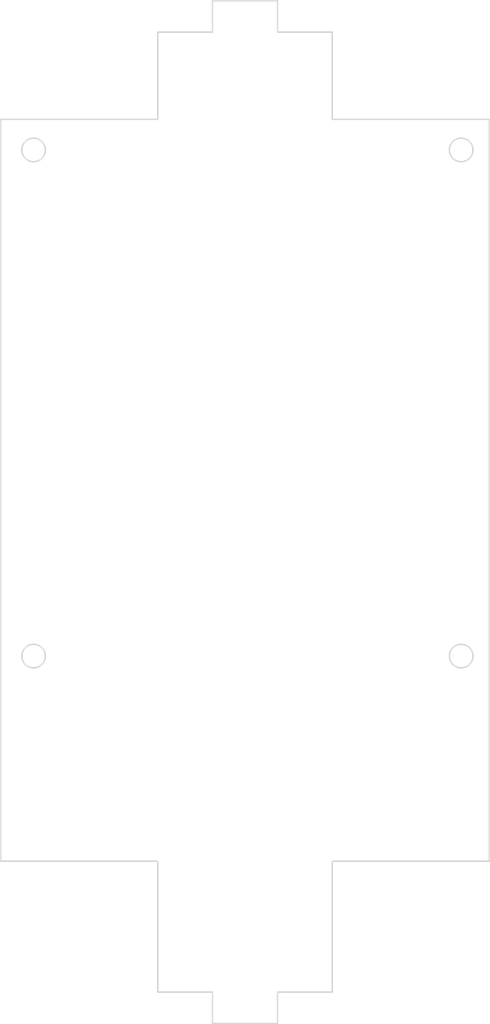
<source format=kicad_pcb>
(kicad_pcb (version 20200811) (host pcbnew "(5.99.0-2687-geae739d98)")

  (general
    (thickness 1.6)
    (drawings 0)
    (tracks 0)
    (modules 0)
    (nets 1)
  )

  (paper "A4")
  (layers
    (0 "F.Cu" signal)
    (31 "B.Cu" signal)
    (32 "B.Adhes" user)
    (33 "F.Adhes" user)
    (34 "B.Paste" user)
    (35 "F.Paste" user)
    (36 "B.SilkS" user)
    (37 "F.SilkS" user)
    (38 "B.Mask" user)
    (39 "F.Mask" user)
    (40 "Dwgs.User" user)
    (41 "Cmts.User" user)
    (42 "Eco1.User" user)
    (43 "Eco2.User" user)
    (44 "Edge.Cuts" user)
    (45 "Margin" user)
    (46 "B.CrtYd" user)
    (47 "F.CrtYd" user)
    (48 "B.Fab" user)
    (49 "F.Fab" user)
  )

  (setup
    (grid_origin 150 100)
    (pcbplotparams
      (layerselection 0x010fc_ffffffff)
      (usegerberextensions false)
      (usegerberattributes true)
      (usegerberadvancedattributes true)
      (creategerberjobfile true)
      (svguseinch false)
      (svgprecision 6)
      (excludeedgelayer true)
      (linewidth 0.100000)
      (plotframeref false)
      (viasonmask false)
      (mode 1)
      (useauxorigin false)
      (hpglpennumber 1)
      (hpglpenspeed 20)
      (hpglpendiameter 15.000000)
      (psnegative false)
      (psa4output false)
      (plotreference true)
      (plotvalue true)
      (plotinvisibletext false)
      (sketchpadsonfab false)
      (subtractmaskfromsilk false)
      (outputformat 1)
      (mirror false)
      (drillshape 1)
      (scaleselection 1)
      (outputdirectory "")
    )
  )

  (net 0 "")


  (gr_line (start 146.000 -15.200) (end 153.454 -15.200) (angle 90) (layer Edge.Cuts) (width 0.16))
  (gr_line (start 153.454 -15.200) (end 153.454 -11.600) (angle 90) (layer Edge.Cuts) (width 0.16))
  (gr_line (start 146.000 -11.600) (end 146.000 -15.200) (angle 90) (layer Edge.Cuts) (width 0.16))
  (gr_line (start 139.727 -11.600) (end 146.000 -11.600) (angle 90) (layer Edge.Cuts) (width 0.16))
  (gr_line (start 159.727 -11.600) (end 159.727 -1.600) (angle 90) (layer Edge.Cuts) (width 0.16))
  (gr_line (start 159.727 98.400) (end 153.454 98.400) (angle 90) (layer Edge.Cuts) (width 0.16))
  (gr_line (start 139.727 98.400) (end 139.727 83.400) (angle 90) (layer Edge.Cuts) (width 0.16))
  (gr_line (start 121.727 -1.600) (end 139.727 -1.600) (angle 90) (layer Edge.Cuts) (width 0.16))
  (gr_line (start 177.727 -1.600) (end 177.727 83.400) (angle 90) (layer Edge.Cuts) (width 0.16))
  (gr_line (start 177.727 83.400) (end 159.727 83.400) (angle 90) (layer Edge.Cuts) (width 0.16))
  (gr_line (start 121.727 83.400) (end 121.727 -1.600) (angle 90) (layer Edge.Cuts) (width 0.16))
  (gr_line (start 153.454 98.400) (end 153.454 102.000) (angle 90) (layer Edge.Cuts) (width 0.16))
  (gr_line (start 153.454 102.000) (end 146.000 102.000) (angle 90) (layer Edge.Cuts) (width 0.16))
  (gr_line (start 146.000 102.000) (end 146.000 98.400) (angle 90) (layer Edge.Cuts) (width 0.16))
  (gr_line (start 146.000 98.400) (end 139.727 98.400) (angle 90) (layer Edge.Cuts) (width 0.16))
  (gr_line (start 139.727 83.400) (end 121.727 83.400) (angle 90) (layer Edge.Cuts) (width 0.16))
  (gr_line (start 139.727 -1.600) (end 139.727 -11.600) (angle 90) (layer Edge.Cuts) (width 0.16))
  (gr_line (start 159.727 83.400) (end 159.727 98.400) (angle 90) (layer Edge.Cuts) (width 0.16))
  (gr_line (start 159.727 -1.600) (end 177.727 -1.600) (angle 90) (layer Edge.Cuts) (width 0.16))
  (gr_line (start 153.454 -11.600) (end 159.727 -11.600) (angle 90) (layer Edge.Cuts) (width 0.16))
  (gr_circle (center 125.500 1.900) (end 124.150 1.900) (layer Edge.Cuts) (width 0.16))
  (gr_circle (center 174.500 1.900) (end 173.150 1.900) (layer Edge.Cuts) (width 0.16))
  (gr_circle (center 174.500 59.900) (end 173.150 59.900) (layer Edge.Cuts) (width 0.16))
  (gr_circle (center 125.500 59.900) (end 124.150 59.900) (layer Edge.Cuts) (width 0.16))
)
 
</source>
